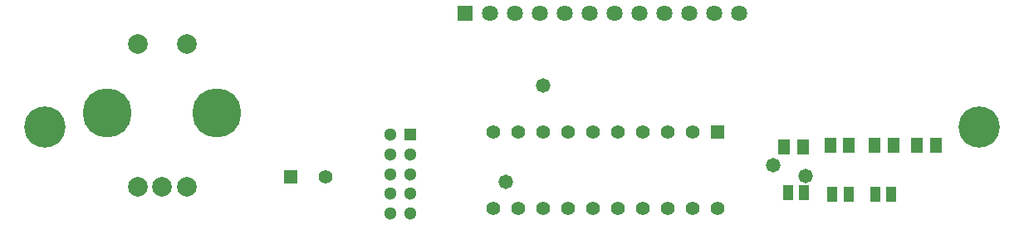
<source format=gbr>
G04*
G04 #@! TF.GenerationSoftware,Altium Limited,Altium Designer,24.4.1 (13)*
G04*
G04 Layer_Color=8388736*
%FSLAX25Y25*%
%MOIN*%
G70*
G04*
G04 #@! TF.SameCoordinates,C8804EEA-F542-44AB-9C48-69CCBEB50276*
G04*
G04*
G04 #@! TF.FilePolarity,Negative*
G04*
G01*
G75*
%ADD14R,0.04540X0.06312*%
%ADD15R,0.04147X0.06115*%
%ADD16C,0.07887*%
%ADD17C,0.19698*%
%ADD18C,0.06410*%
%ADD19R,0.06410X0.06410*%
%ADD20C,0.05524*%
%ADD21R,0.05524X0.05524*%
%ADD22C,0.05485*%
%ADD23R,0.05485X0.05485*%
%ADD24C,0.05118*%
%ADD25R,0.05118X0.05118*%
%ADD26C,0.16548*%
%ADD27C,0.05800*%
D14*
X474260Y384500D02*
D03*
X481740D02*
D03*
X527500Y385000D02*
D03*
X534980D02*
D03*
X510520D02*
D03*
X518000D02*
D03*
X500240D02*
D03*
X492760D02*
D03*
D15*
X510752Y365500D02*
D03*
X517248D02*
D03*
X493500D02*
D03*
X499996D02*
D03*
X482248Y366000D02*
D03*
X475752D02*
D03*
D16*
X214657Y368472D02*
D03*
X234343D02*
D03*
X224500D02*
D03*
X214657Y425559D02*
D03*
X234343D02*
D03*
D17*
X246547Y398000D02*
D03*
X202453D02*
D03*
D18*
X456000Y438000D02*
D03*
X366000D02*
D03*
X356000D02*
D03*
X386000D02*
D03*
X376000D02*
D03*
X396000D02*
D03*
X406000D02*
D03*
X446000D02*
D03*
X416000D02*
D03*
X426000D02*
D03*
X436000D02*
D03*
D19*
X346000D02*
D03*
D20*
X290000Y372500D02*
D03*
D21*
X276220D02*
D03*
D22*
X447500Y359685D02*
D03*
X437500D02*
D03*
X427500D02*
D03*
X417500D02*
D03*
X407500D02*
D03*
X397500D02*
D03*
X387500D02*
D03*
X377500D02*
D03*
X367500D02*
D03*
X357500D02*
D03*
Y390315D02*
D03*
X367500D02*
D03*
X377500D02*
D03*
X387500D02*
D03*
X397500D02*
D03*
X407500D02*
D03*
X417500D02*
D03*
X427500D02*
D03*
X437500D02*
D03*
D23*
X447500D02*
D03*
D24*
X316063Y357752D02*
D03*
Y365626D02*
D03*
Y373500D02*
D03*
Y381374D02*
D03*
Y389248D02*
D03*
X323937Y357752D02*
D03*
Y365626D02*
D03*
Y373500D02*
D03*
Y381374D02*
D03*
D25*
Y389248D02*
D03*
D26*
X177500Y392500D02*
D03*
X552500D02*
D03*
D27*
X377500Y409000D02*
D03*
X362500Y370400D02*
D03*
X482800Y372600D02*
D03*
X469700Y377100D02*
D03*
M02*

</source>
